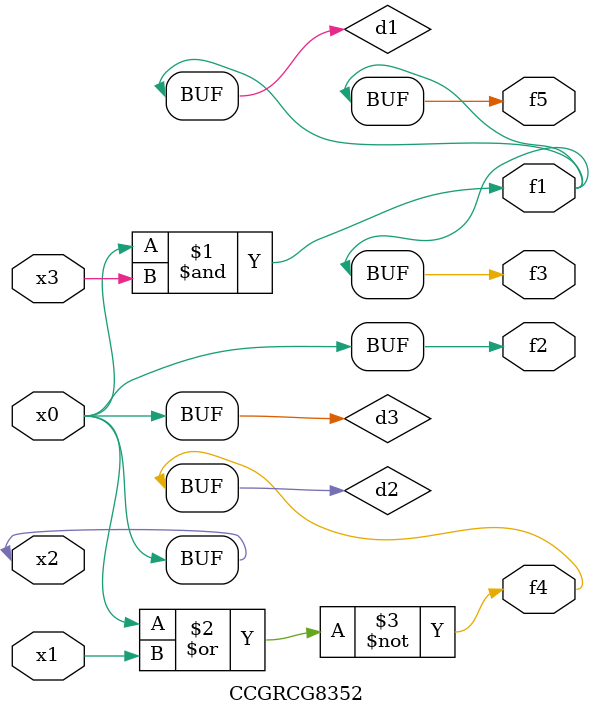
<source format=v>
module CCGRCG8352(
	input x0, x1, x2, x3,
	output f1, f2, f3, f4, f5
);

	wire d1, d2, d3;

	and (d1, x2, x3);
	nor (d2, x0, x1);
	buf (d3, x0, x2);
	assign f1 = d1;
	assign f2 = d3;
	assign f3 = d1;
	assign f4 = d2;
	assign f5 = d1;
endmodule

</source>
